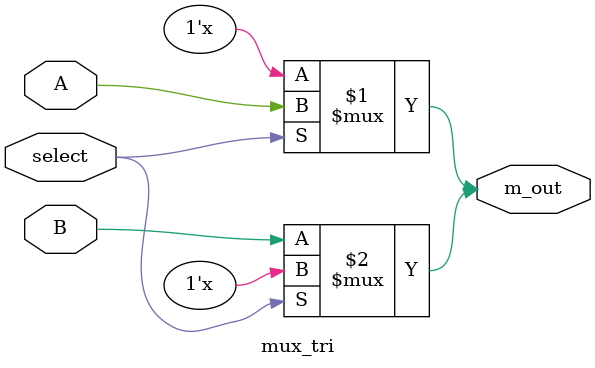
<source format=v>
module mux_tri(m_out, A, B, select);
    output tri m_out;
    input A, B, select;

    bufif1(m_out, A, select);
    bufif0(m_out, B, select);
endmodule
</source>
